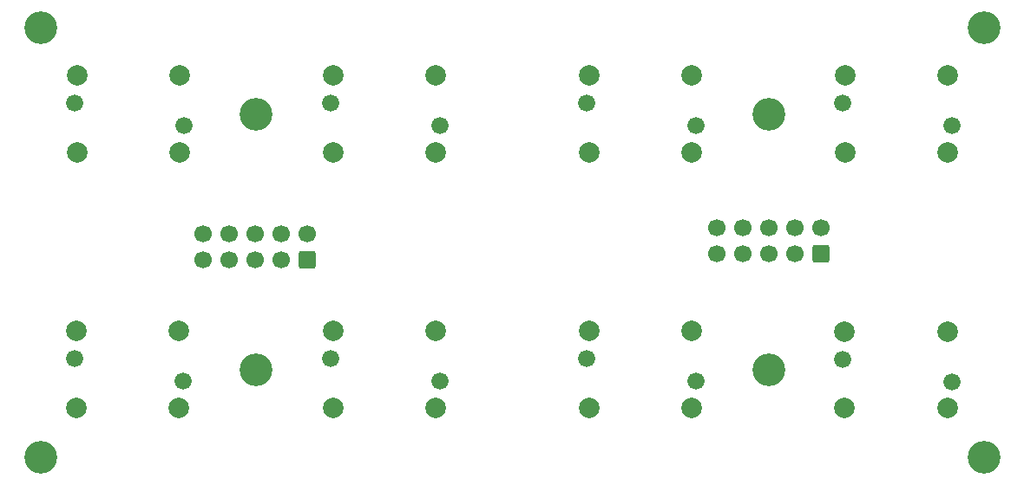
<source format=gbs>
%TF.GenerationSoftware,KiCad,Pcbnew,(7.0.0)*%
%TF.CreationDate,2023-05-19T00:04:05+02:00*%
%TF.ProjectId,BP,42502e6b-6963-4616-945f-706362585858,rev?*%
%TF.SameCoordinates,Original*%
%TF.FileFunction,Soldermask,Bot*%
%TF.FilePolarity,Negative*%
%FSLAX46Y46*%
G04 Gerber Fmt 4.6, Leading zero omitted, Abs format (unit mm)*
G04 Created by KiCad (PCBNEW (7.0.0)) date 2023-05-19 00:04:05*
%MOMM*%
%LPD*%
G01*
G04 APERTURE LIST*
G04 Aperture macros list*
%AMRoundRect*
0 Rectangle with rounded corners*
0 $1 Rounding radius*
0 $2 $3 $4 $5 $6 $7 $8 $9 X,Y pos of 4 corners*
0 Add a 4 corners polygon primitive as box body*
4,1,4,$2,$3,$4,$5,$6,$7,$8,$9,$2,$3,0*
0 Add four circle primitives for the rounded corners*
1,1,$1+$1,$2,$3*
1,1,$1+$1,$4,$5*
1,1,$1+$1,$6,$7*
1,1,$1+$1,$8,$9*
0 Add four rect primitives between the rounded corners*
20,1,$1+$1,$2,$3,$4,$5,0*
20,1,$1+$1,$4,$5,$6,$7,0*
20,1,$1+$1,$6,$7,$8,$9,0*
20,1,$1+$1,$8,$9,$2,$3,0*%
G04 Aperture macros list end*
%ADD10C,2.000000*%
%ADD11C,1.676400*%
%ADD12C,3.200000*%
%ADD13RoundRect,0.250000X0.600000X-0.600000X0.600000X0.600000X-0.600000X0.600000X-0.600000X-0.600000X0*%
%ADD14C,1.700000*%
G04 APERTURE END LIST*
D10*
%TO.C,SW3*%
X104500000Y-196700000D03*
X104500000Y-204200000D03*
X94500000Y-196700000D03*
X94500000Y-204200000D03*
%TD*%
%TO.C,SW5*%
X129500000Y-196700000D03*
X129500000Y-204200000D03*
X119500000Y-196700000D03*
X119500000Y-204200000D03*
%TD*%
%TO.C,SW7*%
X154500000Y-196700000D03*
X154500000Y-204200000D03*
X144500000Y-196700000D03*
X144500000Y-204200000D03*
%TD*%
%TO.C,SW2*%
X79500000Y-221700100D03*
X79500000Y-229200100D03*
X69500000Y-221700100D03*
X69500000Y-229200100D03*
%TD*%
%TO.C,SW6*%
X129500000Y-221700000D03*
X129500000Y-229200000D03*
X119500000Y-221700000D03*
X119500000Y-229200000D03*
%TD*%
%TO.C,SW8*%
X154437000Y-221718700D03*
X154437000Y-229218700D03*
X144437000Y-221718700D03*
X144437000Y-229218700D03*
%TD*%
%TO.C,SW1*%
X79571000Y-196681300D03*
X79571000Y-204181300D03*
X69571000Y-196681300D03*
X69571000Y-204181300D03*
%TD*%
D11*
%TO.C,D3*%
X94271200Y-199400000D03*
X104921200Y-201600000D03*
%TD*%
%TO.C,D5*%
X119271200Y-199400000D03*
X129921200Y-201600000D03*
%TD*%
%TO.C,D7*%
X144271200Y-199400000D03*
X154921200Y-201600000D03*
%TD*%
%TO.C,D2*%
X69271200Y-224400100D03*
X79921200Y-226600100D03*
%TD*%
%TO.C,D6*%
X119271200Y-224400000D03*
X129921200Y-226600000D03*
%TD*%
%TO.C,D8*%
X144224200Y-224418700D03*
X154874200Y-226618700D03*
%TD*%
%TO.C,D1*%
X69342200Y-199381300D03*
X79992200Y-201581300D03*
%TD*%
%TO.C,D4*%
X94271200Y-224400000D03*
X104921200Y-226600000D03*
%TD*%
D10*
%TO.C,SW4*%
X104500000Y-221700000D03*
X104500000Y-229200000D03*
X94500000Y-221700000D03*
X94500000Y-229200000D03*
%TD*%
D12*
%TO.C,H3*%
X87000000Y-225500000D03*
%TD*%
%TO.C,H4*%
X66000000Y-192000000D03*
%TD*%
%TO.C,H1*%
X87000000Y-200500000D03*
%TD*%
%TO.C,H2*%
X158000000Y-234000000D03*
%TD*%
%TO.C,H3*%
X66000000Y-234000000D03*
%TD*%
%TO.C,H4*%
X137000000Y-225500000D03*
%TD*%
%TO.C,H2*%
X137000000Y-200500000D03*
%TD*%
%TO.C,H1*%
X158000000Y-192000000D03*
%TD*%
D13*
%TO.C,J2*%
X142100000Y-214100000D03*
D14*
X142100000Y-211560000D03*
X139560000Y-214100000D03*
X139560000Y-211560000D03*
X137020000Y-214100000D03*
X137020000Y-211560000D03*
X134480000Y-214100000D03*
X134480000Y-211560000D03*
X131940000Y-214100000D03*
X131940000Y-211560000D03*
%TD*%
D13*
%TO.C,J1*%
X92000000Y-214700000D03*
D14*
X92000000Y-212160000D03*
X89460000Y-214700000D03*
X89460000Y-212160000D03*
X86920000Y-214700000D03*
X86920000Y-212160000D03*
X84380000Y-214700000D03*
X84380000Y-212160000D03*
X81840000Y-214700000D03*
X81840000Y-212160000D03*
%TD*%
M02*

</source>
